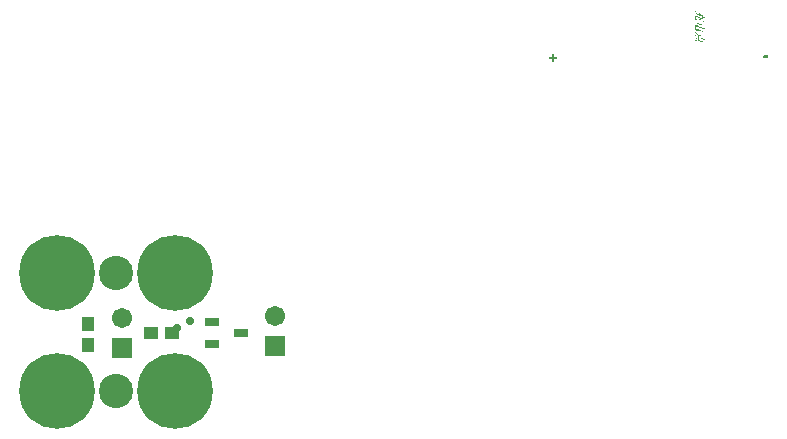
<source format=gts>
G04*
G04 #@! TF.GenerationSoftware,Altium Limited,Altium Designer,21.7.2 (23)*
G04*
G04 Layer_Color=8388736*
%FSLAX25Y25*%
%MOIN*%
G70*
G04*
G04 #@! TF.SameCoordinates,23757FEE-CE1E-475D-8FA0-C284C61354F4*
G04*
G04*
G04 #@! TF.FilePolarity,Negative*
G04*
G01*
G75*
%ADD17R,0.04600X0.04300*%
%ADD18R,0.04300X0.04600*%
%ADD19R,0.05013X0.03162*%
%ADD20R,0.06706X0.06706*%
%ADD21C,0.06706*%
%ADD22C,0.11430*%
%ADD23C,0.25210*%
%ADD24C,0.02769*%
G36*
X553307Y412896D02*
X553311Y412893D01*
X553315Y412882D01*
X553322Y412867D01*
X553337Y412830D01*
X553363Y412778D01*
X553389Y412719D01*
X553426Y412648D01*
X553463Y412571D01*
X553507Y412489D01*
X553555Y412404D01*
X553607Y412319D01*
X553725Y412145D01*
X553788Y412064D01*
X553851Y411986D01*
X553918Y411916D01*
X553988Y411857D01*
X553992Y411853D01*
X554007Y411842D01*
X554025Y411827D01*
X554055Y411805D01*
X554088Y411779D01*
X554132Y411749D01*
X554180Y411716D01*
X554232Y411679D01*
X554291Y411642D01*
X554354Y411601D01*
X554425Y411561D01*
X554495Y411516D01*
X554650Y411435D01*
X554813Y411357D01*
Y411372D01*
X554810Y411394D01*
Y411420D01*
X554806Y411450D01*
X554802Y411487D01*
X554798Y411524D01*
X554791Y411568D01*
X554780Y411657D01*
X554761Y411753D01*
X554743Y411842D01*
X554728Y411882D01*
X554717Y411919D01*
X555050Y411949D01*
Y411938D01*
X555054Y411927D01*
Y411908D01*
X555061Y411886D01*
X555065Y411857D01*
X555076Y411823D01*
X555087Y411786D01*
X555105Y411746D01*
X555124Y411697D01*
X555150Y411646D01*
X555180Y411590D01*
X555217Y411531D01*
X555257Y411464D01*
X555302Y411398D01*
X555357Y411324D01*
X555361Y411320D01*
X555372Y411305D01*
X555387Y411287D01*
X555409Y411257D01*
X555435Y411228D01*
X555461Y411191D01*
X555527Y411105D01*
X555601Y411017D01*
X555672Y410924D01*
X555709Y410884D01*
X555738Y410843D01*
X555768Y410810D01*
X555794Y410780D01*
Y411635D01*
X555790Y411668D01*
Y411716D01*
X555783Y411768D01*
X555775Y411827D01*
X555764Y411894D01*
X555749Y411960D01*
X555945Y412042D01*
Y410547D01*
X555949D01*
X555953Y410543D01*
X555964D01*
X555975Y410539D01*
X555994Y410536D01*
X556012Y410532D01*
X556064Y410528D01*
X556130Y410532D01*
X556212Y410543D01*
X556260Y410554D01*
X556308Y410569D01*
X556363Y410584D01*
X556419Y410606D01*
X556497Y410510D01*
X556493Y410506D01*
X556489Y410499D01*
X556478Y410484D01*
X556467Y410465D01*
X556430Y410417D01*
X556389Y410365D01*
X556341Y410310D01*
X556297Y410262D01*
X556271Y410243D01*
X556252Y410229D01*
X556230Y410218D01*
X556212Y410210D01*
X556208D01*
X556197Y410206D01*
X556182D01*
X556160Y410203D01*
X556116D01*
X556093Y410206D01*
X556075Y410210D01*
X556071D01*
X556060Y410218D01*
X556042Y410229D01*
X556023Y410240D01*
X556001Y410262D01*
X555979Y410284D01*
X555960Y410314D01*
X555945Y410351D01*
Y409433D01*
X556142Y409159D01*
X555794Y408967D01*
Y410665D01*
X555620Y410476D01*
Y410480D01*
X555616Y410484D01*
X555612Y410495D01*
X555609Y410510D01*
X555601Y410528D01*
X555590Y410550D01*
X555568Y410606D01*
X555535Y410676D01*
X555490Y410758D01*
X555439Y410854D01*
X555372Y410957D01*
X555368Y410961D01*
X555365Y410972D01*
X555353Y410987D01*
X555339Y411009D01*
X555324Y411039D01*
X555305Y411068D01*
X555283Y411109D01*
X555257Y411150D01*
X555231Y411194D01*
X555205Y411246D01*
X555150Y411353D01*
X555091Y411468D01*
X555035Y411594D01*
Y409970D01*
X555039Y409973D01*
X555054Y409988D01*
X555080Y410010D01*
X555120Y410047D01*
X555146Y410070D01*
X555176Y410095D01*
X555209Y410125D01*
X555246Y410158D01*
X555287Y410195D01*
X555335Y410240D01*
X555387Y410284D01*
X555442Y410336D01*
X555546Y410254D01*
Y410251D01*
X555542Y410247D01*
X555527Y410225D01*
X555509Y410192D01*
X555479Y410147D01*
X555446Y410095D01*
X555409Y410036D01*
X555368Y409973D01*
X555324Y409910D01*
X555276Y409847D01*
X555231Y409785D01*
X555183Y409725D01*
X555139Y409674D01*
X555098Y409633D01*
X555057Y409600D01*
X555024Y409577D01*
X555009Y409570D01*
X554994D01*
X554987D01*
X554972D01*
X554950D01*
X554920D01*
X554895Y409574D01*
X554865D01*
X554843Y409577D01*
X554824Y409581D01*
X554821D01*
X554810Y409588D01*
X554791Y409596D01*
X554769Y409607D01*
X554743Y409625D01*
X554717Y409648D01*
X554687Y409674D01*
X554662Y409703D01*
X554658Y409707D01*
X554650Y409718D01*
X554639Y409733D01*
X554628Y409751D01*
X554606Y409796D01*
X554599Y409814D01*
X554595Y409833D01*
Y409840D01*
X554606Y409859D01*
X554613Y409873D01*
X554628Y409881D01*
X554647Y409892D01*
X554673Y409899D01*
X554676D01*
X554691Y409903D01*
X554710Y409907D01*
X554736Y409914D01*
X554769Y409922D01*
X554806Y409933D01*
X554850Y409944D01*
X554898Y409959D01*
X554872Y410388D01*
X553688Y410791D01*
X553685D01*
X553670Y410795D01*
X553648Y410798D01*
X553625Y410795D01*
X553600Y410787D01*
X553581Y410769D01*
X553566Y410739D01*
X553559Y410721D01*
Y410166D01*
X553563Y410151D01*
X553566Y410129D01*
X553577Y410099D01*
X553592Y410070D01*
X553614Y410036D01*
X553648Y410007D01*
X553692Y409981D01*
X553699Y409977D01*
X553707Y409973D01*
X553722Y409966D01*
X553736Y409959D01*
X553759Y409951D01*
X553785Y409940D01*
X553814Y409925D01*
X553851Y409910D01*
X553892Y409896D01*
X553940Y409877D01*
X553992Y409855D01*
X554051Y409829D01*
X554118Y409807D01*
X554192Y409777D01*
X554269Y409748D01*
Y409611D01*
X554266D01*
X554251Y409614D01*
X554229Y409622D01*
X554199Y409629D01*
X554166Y409637D01*
X554125Y409648D01*
X554040Y409670D01*
X553947Y409692D01*
X553859Y409711D01*
X553818Y409718D01*
X553785Y409725D01*
X553755Y409729D01*
X553733D01*
X553729D01*
X553718D01*
X553696Y409725D01*
X553674Y409722D01*
X553644Y409714D01*
X553614Y409699D01*
X553577Y409685D01*
X553544Y409662D01*
X553540Y409666D01*
X553533Y409674D01*
X553522Y409685D01*
X553507Y409699D01*
X553489Y409722D01*
X553466Y409744D01*
X553444Y409773D01*
X553422Y409807D01*
X553381Y409881D01*
X553344Y409970D01*
X553330Y410018D01*
X553318Y410070D01*
X553311Y410125D01*
Y410850D01*
X553315Y410869D01*
Y410887D01*
X553330Y410939D01*
X553337Y410969D01*
X553352Y410998D01*
X553370Y411024D01*
X553389Y411050D01*
X553415Y411068D01*
X553448Y411083D01*
X553485Y411094D01*
X553526Y411098D01*
X553577Y411091D01*
X553633Y411076D01*
X554858Y410662D01*
X554832Y411076D01*
X554824Y411080D01*
X554802Y411091D01*
X554769Y411105D01*
X554721Y411128D01*
X554665Y411154D01*
X554602Y411187D01*
X554532Y411224D01*
X554454Y411265D01*
X554377Y411313D01*
X554291Y411361D01*
X554125Y411472D01*
X554040Y411531D01*
X553962Y411590D01*
X553888Y411653D01*
X553818Y411720D01*
X553814Y411723D01*
X553803Y411734D01*
X553785Y411757D01*
X553759Y411786D01*
X553729Y411827D01*
X553692Y411875D01*
X553655Y411931D01*
X553611Y411997D01*
X553563Y412075D01*
X553514Y412160D01*
X553463Y412256D01*
X553411Y412363D01*
X553359Y412478D01*
X553304Y412608D01*
X553252Y412745D01*
X553200Y412893D01*
X553307Y412900D01*
Y412896D01*
D02*
G37*
G36*
X553947Y408767D02*
X553962Y408763D01*
X553988Y408752D01*
X554025Y408738D01*
X554073Y408723D01*
X554125Y408704D01*
X554184Y408682D01*
X554254Y408656D01*
X554325Y408630D01*
X554402Y408604D01*
X554488Y408575D01*
X554573Y408545D01*
X554750Y408482D01*
X554935Y408419D01*
X554943Y408416D01*
X554957Y408412D01*
X554983Y408401D01*
X555020Y408390D01*
X555065Y408375D01*
X555113Y408356D01*
X555172Y408338D01*
X555239Y408316D01*
X555305Y408293D01*
X555379Y408268D01*
X555538Y408219D01*
X555705Y408164D01*
X555875Y408112D01*
X555749Y407890D01*
Y407128D01*
X555753D01*
X555764Y407121D01*
X555786Y407117D01*
X555812Y407106D01*
X555845Y407095D01*
X555883Y407084D01*
X555927Y407069D01*
X555979Y407050D01*
X556031Y407032D01*
X556086Y407013D01*
X556212Y406976D01*
X556345Y406932D01*
X556482Y406891D01*
X556297Y406566D01*
X556179Y406714D01*
X555749Y406862D01*
Y406081D01*
X555890Y405877D01*
X555657Y405729D01*
X555546Y405889D01*
X555542D01*
X555535Y405892D01*
X555520Y405896D01*
X555498Y405903D01*
X555472Y405914D01*
X555442Y405922D01*
X555409Y405933D01*
X555372Y405948D01*
X555283Y405977D01*
X555187Y406011D01*
X555080Y406048D01*
X554965Y406085D01*
X554732Y406162D01*
X554617Y406199D01*
X554506Y406236D01*
X554406Y406270D01*
X554314Y406299D01*
X554273Y406314D01*
X554236Y406325D01*
X554203Y406336D01*
X554173Y406344D01*
X554062Y406658D01*
X554229Y406603D01*
Y407380D01*
X553648Y407576D01*
X553644D01*
X553629Y407579D01*
X553611Y407583D01*
X553592Y407579D01*
X553570Y407572D01*
X553551Y407557D01*
X553537Y407531D01*
X553533Y407513D01*
Y406540D01*
X553537Y406529D01*
X553544Y406510D01*
X553551Y406492D01*
X553570Y406466D01*
X553592Y406444D01*
X553622Y406421D01*
X553659Y406399D01*
X553666Y406395D01*
X553674Y406392D01*
X553685Y406388D01*
X553699Y406381D01*
X553718Y406373D01*
X553740Y406366D01*
X553770Y406355D01*
X553803Y406340D01*
X553840Y406325D01*
X553885Y406307D01*
X553936Y406288D01*
X553992Y406266D01*
X554055Y406244D01*
X554121Y406218D01*
X554199Y406188D01*
Y406044D01*
X554195D01*
X554184Y406048D01*
X554166Y406055D01*
X554140Y406062D01*
X554110Y406074D01*
X554077Y406085D01*
X554003Y406107D01*
X553922Y406129D01*
X553844Y406147D01*
X553807Y406155D01*
X553777Y406159D01*
X553748Y406162D01*
X553725D01*
X553722D01*
X553707Y406159D01*
X553688Y406155D01*
X553666Y406147D01*
X553637Y406136D01*
X553607Y406122D01*
X553577Y406103D01*
X553548Y406077D01*
X553540Y406081D01*
X553526Y406096D01*
X553500Y406118D01*
X553470Y406147D01*
X553437Y406181D01*
X553404Y406218D01*
X553374Y406258D01*
X553352Y406299D01*
X553348Y406303D01*
X553344Y406318D01*
X553333Y406340D01*
X553326Y406373D01*
X553315Y406414D01*
X553304Y406458D01*
X553300Y406510D01*
X553296Y406569D01*
Y407653D01*
X553300Y407668D01*
Y407687D01*
X553311Y407735D01*
X553337Y407787D01*
X553352Y407812D01*
X553374Y407835D01*
X553396Y407853D01*
X553426Y407868D01*
X553463Y407875D01*
X553503D01*
X553551Y407872D01*
X553607Y407857D01*
X554229Y407646D01*
Y408393D01*
X554047Y408453D01*
X553940Y408771D01*
X553947Y408767D01*
D02*
G37*
G36*
X553418Y405596D02*
X553422D01*
X553429Y405592D01*
X553441Y405581D01*
X553455Y405570D01*
X553474Y405552D01*
X553496Y405526D01*
X553522Y405489D01*
X553548Y405444D01*
X553551Y405441D01*
X553563Y405422D01*
X553577Y405400D01*
X553600Y405374D01*
X553622Y405341D01*
X553648Y405304D01*
X553707Y405237D01*
X553711Y405234D01*
X553725Y405219D01*
X553748Y405197D01*
X553781Y405167D01*
X553825Y405126D01*
X553888Y405075D01*
X553922Y405045D01*
X553962Y405012D01*
X554003Y404978D01*
X554051Y404941D01*
Y404886D01*
Y404827D01*
X554044Y404830D01*
X554025Y404838D01*
X553996Y404852D01*
X553959Y404875D01*
X553914Y404897D01*
X553862Y404923D01*
X553807Y404952D01*
X553748Y404986D01*
X553629Y405052D01*
X553574Y405089D01*
X553518Y405123D01*
X553470Y405156D01*
X553429Y405189D01*
X553396Y405219D01*
X553370Y405245D01*
X553367Y405252D01*
X553355Y405267D01*
X553337Y405289D01*
X553322Y405319D01*
X553304Y405356D01*
X553285Y405389D01*
X553274Y405426D01*
X553270Y405459D01*
Y405467D01*
X553274Y405478D01*
X553278Y405493D01*
X553289Y405526D01*
X553300Y405544D01*
X553315Y405567D01*
X553318Y405570D01*
X553322Y405574D01*
X553344Y405589D01*
X553359Y405596D01*
X553374Y405600D01*
X553396D01*
X553418Y405596D01*
D02*
G37*
G36*
X554029Y404427D02*
X554025Y404423D01*
X554018Y404416D01*
X554007Y404405D01*
X553992Y404386D01*
X553947Y404349D01*
X553899Y404301D01*
X553844Y404257D01*
X553788Y404216D01*
X553759Y404201D01*
X553736Y404186D01*
X553714Y404179D01*
X553692Y404175D01*
X553688D01*
X553677D01*
X553659D01*
X553640D01*
X553592Y404179D01*
X553570Y404183D01*
X553551Y404186D01*
X553548D01*
X553533Y404194D01*
X553514Y404205D01*
X553489Y404220D01*
X553463Y404238D01*
X553433Y404260D01*
X553404Y404290D01*
X553374Y404323D01*
X553370Y404327D01*
X553363Y404338D01*
X553352Y404357D01*
X553337Y404375D01*
X553311Y404416D01*
X553304Y404434D01*
X553300Y404449D01*
Y404453D01*
X553304Y404464D01*
X553307Y404475D01*
X553322Y404490D01*
X553341Y404501D01*
X553370Y404508D01*
X553411D01*
X553437Y404505D01*
X553466Y404497D01*
X553470D01*
X553474D01*
X553485Y404494D01*
X553503Y404490D01*
X553522D01*
X553544Y404486D01*
X553600Y404483D01*
X553670D01*
X553755Y404486D01*
X553848Y404494D01*
X553951Y404508D01*
X554029Y404427D01*
D02*
G37*
G36*
X554044Y403698D02*
X554040Y403694D01*
X554036Y403687D01*
X554025Y403676D01*
X554010Y403661D01*
X553973Y403624D01*
X553925Y403580D01*
X553873Y403535D01*
X553818Y403495D01*
X553766Y403461D01*
X553740Y403450D01*
X553718Y403443D01*
X553714D01*
X553699Y403439D01*
X553677Y403435D01*
X553651Y403432D01*
X553600Y403428D01*
X553574Y403432D01*
X553551Y403435D01*
X553548D01*
X553537Y403439D01*
X553522Y403450D01*
X553503Y403461D01*
X553481Y403476D01*
X553452Y403498D01*
X553426Y403528D01*
X553396Y403561D01*
X553392Y403565D01*
X553385Y403576D01*
X553370Y403594D01*
X553355Y403613D01*
X553341Y403635D01*
X553326Y403657D01*
X553318Y403676D01*
X553315Y403691D01*
Y403694D01*
X553318Y403702D01*
X553326Y403717D01*
X553337Y403728D01*
X553359Y403743D01*
X553392Y403750D01*
X553411Y403754D01*
X553437D01*
X553463Y403750D01*
X553496Y403746D01*
X553500D01*
X553507D01*
X553518Y403743D01*
X553537D01*
X553559Y403739D01*
X553581D01*
X553640Y403735D01*
X553711D01*
X553792Y403743D01*
X553877Y403757D01*
X553962Y403780D01*
X554044Y403698D01*
D02*
G37*
G36*
X554066Y404878D02*
X554084Y404875D01*
X554107Y404864D01*
X554136Y404852D01*
X554173Y404841D01*
X554210Y404827D01*
X554254Y404812D01*
X554303Y404793D01*
X554354Y404775D01*
X554462Y404734D01*
X554580Y404693D01*
X554702Y404653D01*
X554706D01*
X554717Y404649D01*
X554736Y404642D01*
X554758Y404634D01*
X554791Y404623D01*
X554824Y404612D01*
X554869Y404597D01*
X554913Y404582D01*
X554961Y404564D01*
X555017Y404545D01*
X555135Y404508D01*
X555265Y404468D01*
X555398Y404427D01*
X555287Y404201D01*
Y403657D01*
X555291D01*
X555298Y403654D01*
X555309Y403650D01*
X555324Y403643D01*
X555346Y403639D01*
X555372Y403628D01*
X555431Y403609D01*
X555501Y403583D01*
X555583Y403557D01*
X555672Y403528D01*
X555768Y403495D01*
X555964Y403428D01*
X556064Y403398D01*
X556164Y403365D01*
X556256Y403336D01*
X556341Y403310D01*
X556415Y403284D01*
X556482Y403265D01*
X556330Y402928D01*
X556193Y403084D01*
X555916Y403176D01*
Y402340D01*
X556097Y402085D01*
X555764Y401915D01*
Y403228D01*
X555287Y403391D01*
Y402747D01*
X555427Y402547D01*
X555180Y402388D01*
X555068Y402547D01*
X555061Y402551D01*
X555043Y402555D01*
X555009Y402566D01*
X554965Y402581D01*
X554913Y402599D01*
X554854Y402618D01*
X554791Y402640D01*
X554721Y402662D01*
X554576Y402710D01*
X554428Y402758D01*
X554358Y402780D01*
X554295Y402803D01*
X554236Y402821D01*
X554184Y402836D01*
X554092Y403147D01*
X554299Y403077D01*
Y404508D01*
X554143Y404560D01*
X554051Y404886D01*
X554055D01*
X554066Y404878D01*
D02*
G37*
G36*
X554084Y402943D02*
X554081Y402940D01*
X554077Y402932D01*
X554066Y402921D01*
X554051Y402906D01*
X554010Y402866D01*
X553962Y402814D01*
X553907Y402766D01*
X553848Y402714D01*
X553788Y402673D01*
X553762Y402658D01*
X553733Y402644D01*
X553725Y402640D01*
X553711Y402636D01*
X553685Y402625D01*
X553651Y402618D01*
X553614Y402610D01*
X553581Y402607D01*
X553544D01*
X553514Y402614D01*
X553511D01*
X553500Y402618D01*
X553485Y402629D01*
X553463Y402640D01*
X553441Y402655D01*
X553411Y402673D01*
X553381Y402699D01*
X553352Y402732D01*
X553348Y402736D01*
X553341Y402747D01*
X553326Y402762D01*
X553311Y402780D01*
X553296Y402803D01*
X553281Y402821D01*
X553274Y402840D01*
X553270Y402854D01*
Y402858D01*
X553274Y402866D01*
X553281Y402880D01*
X553296Y402895D01*
X553318Y402906D01*
X553352Y402917D01*
X553374Y402921D01*
X553404Y402925D01*
X553433D01*
X553466Y402921D01*
X553470D01*
X553477D01*
X553489D01*
X553507D01*
X553529D01*
X553551Y402925D01*
X553585D01*
X553618Y402928D01*
X553696Y402940D01*
X553788Y402962D01*
X553888Y402988D01*
X554003Y403025D01*
X554084Y402943D01*
D02*
G37*
G36*
X506376Y397482D02*
X507386D01*
Y396793D01*
X506376D01*
Y395800D01*
X505705D01*
Y396793D01*
X504700D01*
Y397482D01*
X505705D01*
Y398475D01*
X506376D01*
Y397482D01*
D02*
G37*
G36*
X577460Y397100D02*
X576000D01*
X576144Y397827D01*
X577604D01*
X577460Y397100D01*
D02*
G37*
%LPC*%
G36*
X554380Y408342D02*
Y407594D01*
X554928Y407406D01*
Y408157D01*
X554380Y408342D01*
D02*
G37*
G36*
X555080Y408105D02*
Y407354D01*
X555598Y407180D01*
Y407927D01*
X555080Y408105D01*
D02*
G37*
G36*
X554380Y407328D02*
Y406551D01*
X554928Y406366D01*
Y407143D01*
X554380Y407328D01*
D02*
G37*
G36*
X555080Y407087D02*
Y406314D01*
X555598Y406136D01*
Y406913D01*
X555080Y407087D01*
D02*
G37*
G36*
X554451Y404457D02*
Y403025D01*
X555135Y402792D01*
Y404223D01*
X554451Y404457D01*
D02*
G37*
%LPD*%
D17*
X372000Y305300D02*
D03*
X378900D02*
D03*
D18*
X351000Y308300D02*
D03*
Y301400D02*
D03*
D19*
X392238Y309040D02*
D03*
Y301560D02*
D03*
X401963Y305300D02*
D03*
D20*
X362100Y300200D02*
D03*
X413100Y301100D02*
D03*
D21*
X362100Y310200D02*
D03*
X413100Y311100D02*
D03*
D22*
X360121Y286084D02*
D03*
Y325454D02*
D03*
D23*
X340436Y286084D02*
D03*
Y325454D02*
D03*
X379806D02*
D03*
Y286084D02*
D03*
D24*
X384800Y309400D02*
D03*
X380478Y306878D02*
D03*
M02*

</source>
